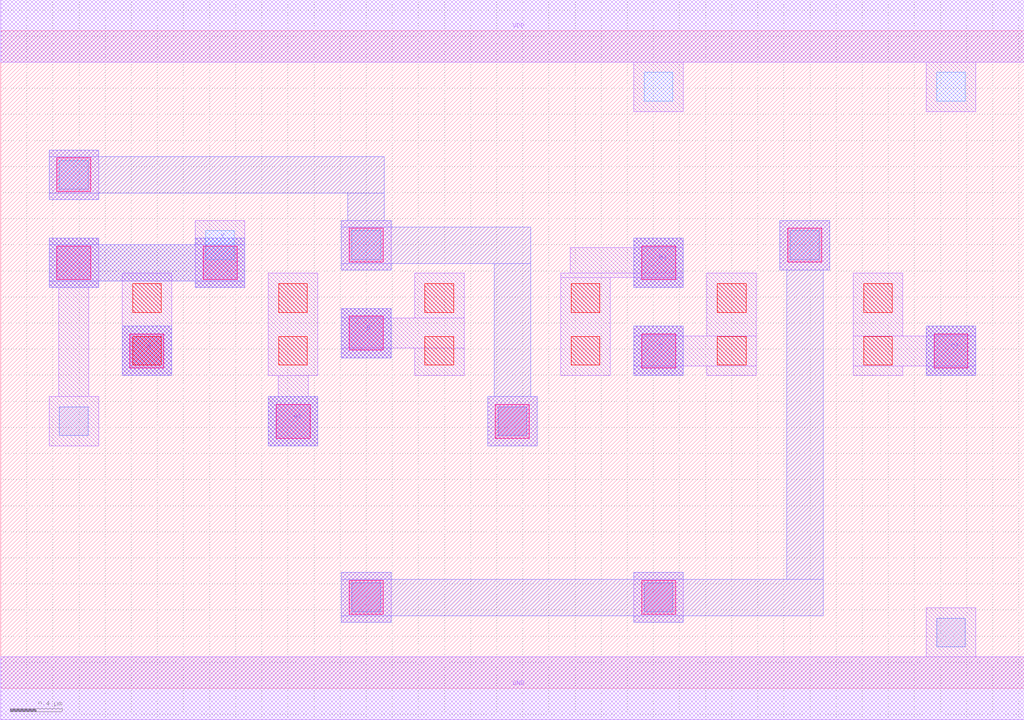
<source format=lef>
MACRO AOAI222
 CLASS CORE ;
 FOREIGN AOAI222 0 0 ;
 SIZE 7.84 BY 5.04 ;
 ORIGIN 0 0 ;
 SYMMETRY X Y R90 ;
 SITE unit ;
  PIN VDD
   DIRECTION INOUT ;
   USE POWER ;
   SHAPE ABUTMENT ;
    PORT
     CLASS CORE ;
       LAYER met1 ;
        RECT 0.00000000 4.80000000 7.84000000 5.28000000 ;
    END
  END VDD

  PIN GND
   DIRECTION INOUT ;
   USE POWER ;
   SHAPE ABUTMENT ;
    PORT
     CLASS CORE ;
       LAYER met1 ;
        RECT 0.00000000 -0.24000000 7.84000000 0.24000000 ;
    END
  END GND

  PIN Y
   DIRECTION INOUT ;
   USE SIGNAL ;
   SHAPE ABUTMENT ;
    PORT
     CLASS CORE ;
       LAYER met2 ;
        RECT 0.37000000 3.07200000 0.75000000 3.12200000 ;
        RECT 1.49000000 3.07200000 1.87000000 3.12200000 ;
        RECT 0.37000000 3.12200000 1.87000000 3.40200000 ;
        RECT 0.37000000 3.40200000 0.75000000 3.45200000 ;
        RECT 1.49000000 3.40200000 1.87000000 3.45200000 ;
    END
  END Y

  PIN C
   DIRECTION INOUT ;
   USE SIGNAL ;
   SHAPE ABUTMENT ;
    PORT
     CLASS CORE ;
       LAYER met2 ;
        RECT 4.85000000 2.39700000 5.23000000 2.77700000 ;
    END
  END C

  PIN A
   DIRECTION INOUT ;
   USE SIGNAL ;
   SHAPE ABUTMENT ;
    PORT
     CLASS CORE ;
       LAYER met2 ;
        RECT 0.93000000 2.39700000 1.31000000 2.77700000 ;
    END
  END A

  PIN A1
   DIRECTION INOUT ;
   USE SIGNAL ;
   SHAPE ABUTMENT ;
    PORT
     CLASS CORE ;
       LAYER met2 ;
        RECT 2.05000000 1.85700000 2.43000000 2.23700000 ;
    END
  END A1

  PIN B1
   DIRECTION INOUT ;
   USE SIGNAL ;
   SHAPE ABUTMENT ;
    PORT
     CLASS CORE ;
       LAYER met2 ;
        RECT 4.85000000 3.07200000 5.23000000 3.45200000 ;
    END
  END B1

  PIN B
   DIRECTION INOUT ;
   USE SIGNAL ;
   SHAPE ABUTMENT ;
    PORT
     CLASS CORE ;
       LAYER met2 ;
        RECT 2.61000000 2.53200000 2.99000000 2.91200000 ;
    END
  END B

  PIN C1
   DIRECTION INOUT ;
   USE SIGNAL ;
   SHAPE ABUTMENT ;
    PORT
     CLASS CORE ;
       LAYER met2 ;
        RECT 7.09000000 2.39700000 7.47000000 2.77700000 ;
    END
  END C1

 OBS
    LAYER polycont ;
     RECT 1.01000000 2.47700000 1.23000000 2.69700000 ;
     RECT 2.13000000 2.47700000 2.35000000 2.69700000 ;
     RECT 3.25000000 2.47700000 3.47000000 2.69700000 ;
     RECT 4.37000000 2.47700000 4.59000000 2.69700000 ;
     RECT 5.49000000 2.47700000 5.71000000 2.69700000 ;
     RECT 6.61000000 2.47700000 6.83000000 2.69700000 ;
     RECT 1.01000000 2.88200000 1.23000000 3.10200000 ;
     RECT 2.13000000 2.88200000 2.35000000 3.10200000 ;
     RECT 3.25000000 2.88200000 3.47000000 3.10200000 ;
     RECT 4.37000000 2.88200000 4.59000000 3.10200000 ;
     RECT 5.49000000 2.88200000 5.71000000 3.10200000 ;
     RECT 6.61000000 2.88200000 6.83000000 3.10200000 ;

    LAYER pdiffc ;
     RECT 1.57000000 3.28700000 1.79000000 3.50700000 ;
     RECT 2.69000000 3.28700000 2.91000000 3.50700000 ;
     RECT 6.05000000 3.28700000 6.27000000 3.50700000 ;
     RECT 0.45000000 3.82700000 0.67000000 4.04700000 ;
     RECT 4.93000000 4.50200000 5.15000000 4.72200000 ;
     RECT 7.17000000 4.50200000 7.39000000 4.72200000 ;

    LAYER ndiffc ;
     RECT 7.17000000 0.31700000 7.39000000 0.53700000 ;
     RECT 2.69000000 0.58700000 2.91000000 0.80700000 ;
     RECT 4.93000000 0.58700000 5.15000000 0.80700000 ;
     RECT 0.45000000 1.93700000 0.67000000 2.15700000 ;
     RECT 3.81000000 1.93700000 4.03000000 2.15700000 ;

    LAYER met1 ;
     RECT 0.00000000 -0.24000000 7.84000000 0.24000000 ;
     RECT 7.09000000 0.24000000 7.47000000 0.61700000 ;
     RECT 2.61000000 0.50700000 2.99000000 0.88700000 ;
     RECT 4.85000000 0.50700000 5.23000000 0.88700000 ;
     RECT 3.73000000 1.85700000 4.11000000 2.23700000 ;
     RECT 0.93000000 2.39700000 1.31000000 3.18200000 ;
     RECT 2.05000000 1.85700000 2.43000000 2.23700000 ;
     RECT 2.12500000 2.23700000 2.35500000 2.39700000 ;
     RECT 2.05000000 2.39700000 2.43000000 3.18200000 ;
     RECT 2.61000000 2.53200000 2.99000000 2.60700000 ;
     RECT 3.17000000 2.39700000 3.55000000 2.60700000 ;
     RECT 2.61000000 2.60700000 3.55000000 2.83700000 ;
     RECT 2.61000000 2.83700000 2.99000000 2.91200000 ;
     RECT 3.17000000 2.83700000 3.55000000 3.18200000 ;
     RECT 4.85000000 2.39700000 5.23000000 2.47200000 ;
     RECT 5.41000000 2.39700000 5.79000000 2.47200000 ;
     RECT 4.85000000 2.47200000 5.79000000 2.70200000 ;
     RECT 4.85000000 2.70200000 5.23000000 2.77700000 ;
     RECT 5.41000000 2.70200000 5.79000000 3.18200000 ;
     RECT 6.53000000 2.39700000 6.91000000 2.47200000 ;
     RECT 7.09000000 2.39700000 7.47000000 2.47200000 ;
     RECT 6.53000000 2.47200000 7.47000000 2.70200000 ;
     RECT 7.09000000 2.70200000 7.47000000 2.77700000 ;
     RECT 6.53000000 2.70200000 6.91000000 3.18200000 ;
     RECT 0.37000000 1.85700000 0.75000000 2.23700000 ;
     RECT 0.44500000 2.23700000 0.67500000 3.07200000 ;
     RECT 0.37000000 3.07200000 0.75000000 3.45200000 ;
     RECT 4.29000000 2.39700000 4.67000000 3.14700000 ;
     RECT 4.85000000 3.07200000 5.23000000 3.14700000 ;
     RECT 4.29000000 3.14700000 5.23000000 3.18200000 ;
     RECT 4.36500000 3.18200000 5.23000000 3.37700000 ;
     RECT 4.85000000 3.37700000 5.23000000 3.45200000 ;
     RECT 1.49000000 3.07200000 1.87000000 3.58700000 ;
     RECT 2.61000000 3.20700000 2.99000000 3.58700000 ;
     RECT 5.97000000 3.20700000 6.35000000 3.58700000 ;
     RECT 0.37000000 3.74700000 0.75000000 4.12700000 ;
     RECT 4.85000000 4.42200000 5.23000000 4.80000000 ;
     RECT 7.09000000 4.42200000 7.47000000 4.80000000 ;
     RECT 0.00000000 4.80000000 7.84000000 5.28000000 ;

    LAYER via1 ;
     RECT 2.67000000 0.56700000 2.93000000 0.82700000 ;
     RECT 4.91000000 0.56700000 5.17000000 0.82700000 ;
     RECT 2.11000000 1.91700000 2.37000000 2.17700000 ;
     RECT 3.79000000 1.91700000 4.05000000 2.17700000 ;
     RECT 0.99000000 2.45700000 1.25000000 2.71700000 ;
     RECT 4.91000000 2.45700000 5.17000000 2.71700000 ;
     RECT 7.15000000 2.45700000 7.41000000 2.71700000 ;
     RECT 2.67000000 2.59200000 2.93000000 2.85200000 ;
     RECT 0.43000000 3.13200000 0.69000000 3.39200000 ;
     RECT 1.55000000 3.13200000 1.81000000 3.39200000 ;
     RECT 4.91000000 3.13200000 5.17000000 3.39200000 ;
     RECT 2.67000000 3.26700000 2.93000000 3.52700000 ;
     RECT 6.03000000 3.26700000 6.29000000 3.52700000 ;
     RECT 0.43000000 3.80700000 0.69000000 4.06700000 ;

    LAYER met2 ;
     RECT 2.05000000 1.85700000 2.43000000 2.23700000 ;
     RECT 0.93000000 2.39700000 1.31000000 2.77700000 ;
     RECT 4.85000000 2.39700000 5.23000000 2.77700000 ;
     RECT 7.09000000 2.39700000 7.47000000 2.77700000 ;
     RECT 2.61000000 2.53200000 2.99000000 2.91200000 ;
     RECT 0.37000000 3.07200000 0.75000000 3.12200000 ;
     RECT 1.49000000 3.07200000 1.87000000 3.12200000 ;
     RECT 0.37000000 3.12200000 1.87000000 3.40200000 ;
     RECT 0.37000000 3.40200000 0.75000000 3.45200000 ;
     RECT 1.49000000 3.40200000 1.87000000 3.45200000 ;
     RECT 4.85000000 3.07200000 5.23000000 3.45200000 ;
     RECT 2.61000000 0.50700000 2.99000000 0.55700000 ;
     RECT 4.85000000 0.50700000 5.23000000 0.55700000 ;
     RECT 2.61000000 0.55700000 6.30000000 0.83700000 ;
     RECT 2.61000000 0.83700000 2.99000000 0.88700000 ;
     RECT 4.85000000 0.83700000 5.23000000 0.88700000 ;
     RECT 6.02000000 0.83700000 6.30000000 3.20700000 ;
     RECT 5.97000000 3.20700000 6.35000000 3.58700000 ;
     RECT 3.73000000 1.85700000 4.11000000 2.23700000 ;
     RECT 2.61000000 3.20700000 2.99000000 3.25700000 ;
     RECT 3.78000000 2.23700000 4.06000000 3.25700000 ;
     RECT 2.61000000 3.25700000 4.06000000 3.53700000 ;
     RECT 2.61000000 3.53700000 2.99000000 3.58700000 ;
     RECT 0.37000000 3.74700000 0.75000000 3.79700000 ;
     RECT 2.66000000 3.58700000 2.94000000 3.79700000 ;
     RECT 0.37000000 3.79700000 2.94000000 4.07700000 ;
     RECT 0.37000000 4.07700000 0.75000000 4.12700000 ;

 END
END AOAI222

</source>
